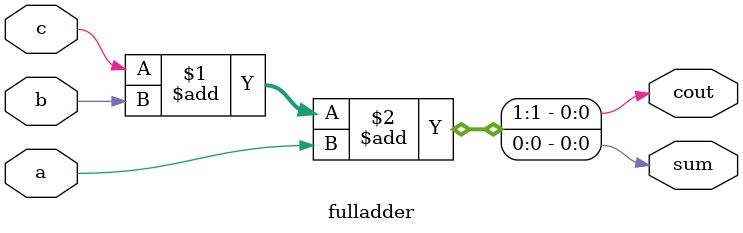
<source format=v>
module fulladder(sum,cout,a,b,c);
	input a,b,c;
	output sum,cout;
	
	assign {cout,sum} = c+b+a;
endmodule
</source>
